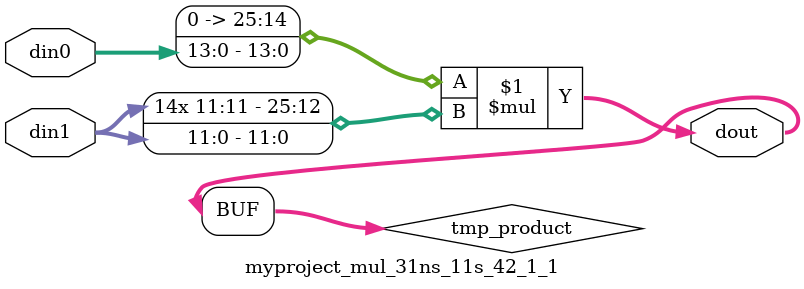
<source format=v>

`timescale 1 ns / 1 ps

  module myproject_mul_31ns_11s_42_1_1(din0, din1, dout);
parameter ID = 1;
parameter NUM_STAGE = 0;
parameter din0_WIDTH = 14;
parameter din1_WIDTH = 12;
parameter dout_WIDTH = 26;

input [din0_WIDTH - 1 : 0] din0; 
input [din1_WIDTH - 1 : 0] din1; 
output [dout_WIDTH - 1 : 0] dout;

wire signed [dout_WIDTH - 1 : 0] tmp_product;











assign tmp_product = $signed({1'b0, din0}) * $signed(din1);










assign dout = tmp_product;







endmodule

</source>
